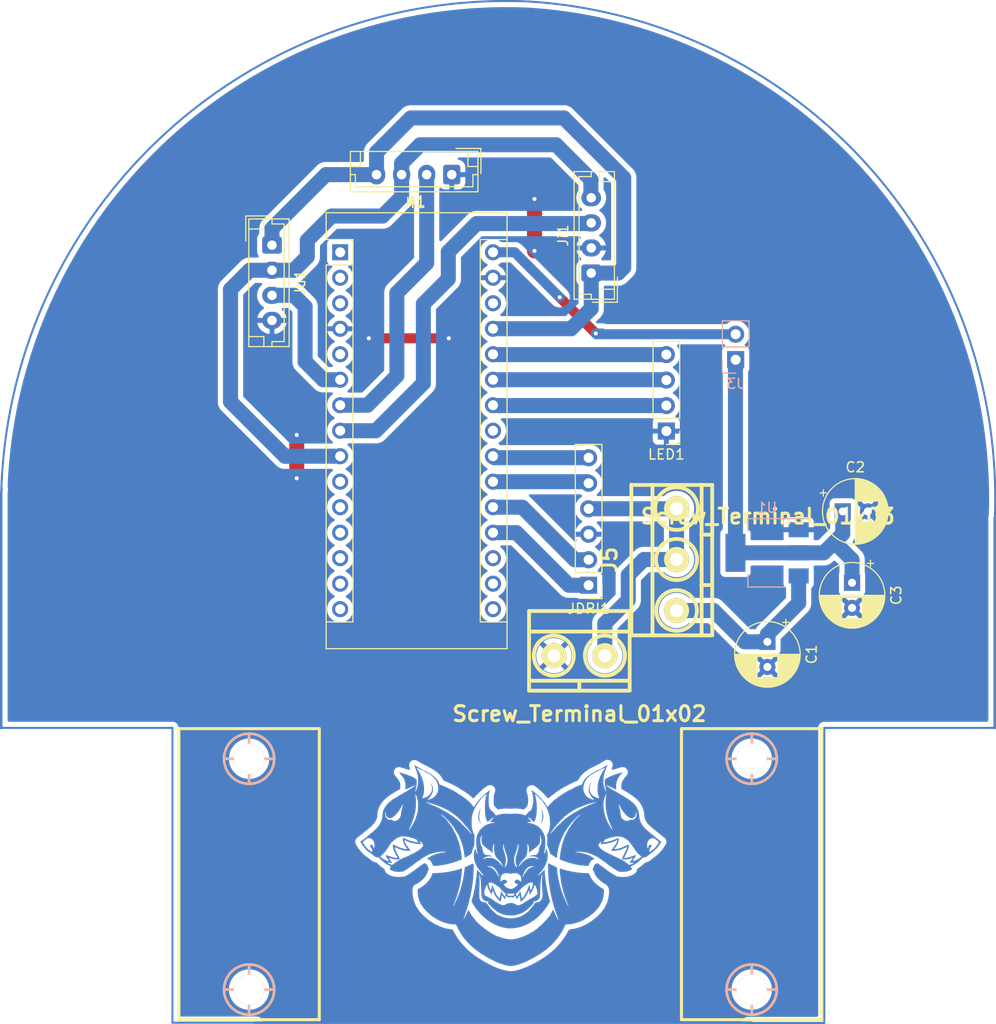
<source format=kicad_pcb>
(kicad_pcb (version 20221018) (generator pcbnew)
  (layers (0 "F.Cu" signal) (31 "B.Cu" signal) (34 "B.Paste" user) (35 "F.Paste" user) (36 "B.SilkS" user "B.Silkscreen") (37 "F.SilkS" user "F.Silkscreen") (38 "B.Mask" user) (39 "F.Mask" user) (44 "Edge.Cuts" user))
  (net 0 "")
  (net 1 "/A2")
  (net 2 "/A1")
  (net 3 "/VCC")
  (net 4 "/B2")
  (net 5 "/B1")
  (net 6 "/ECHOD")
  (net 7 "/ECHOF")
  (net 8 "/ECHOI")
  (net 9 "/TRIG")
  (net 15 "GND")
  (net 23 "+5C")
  (net 24 "/B")
  (net 25 "/G")
  (net 26 "/DERE")
  (net 27 "/IZQ")
  (net 28 "/INTO")
  (net 29 "/r")
  (net 31 "/Ven")
  (net 32 "Net-(J3-Pin_1)")
  (footprint "clipboard:0664c801-7d95-4fd8-b718-5c3b214e80d9" (layer "F.Cu") (at 194.510723 128.233648)
    (fp_text reference "")
    (fp_text value "")
  )
  (footprint "EESTN5:BORNERA3_AZUL" (layer "F.Cu") (at 218.465 92.42375 90)
    (fp_text reference "J5")
    (fp_text value "Screw_Terminal_01x03")
  )
  (footprint "Connector_JST:JST_EH_B4B-EH-A_1x04_P2.50mm_Vertical" (layer "F.Cu") (at 209.9564 63.881 90)
    (fp_text reference "Ji1")
    (fp_text value "Screw_Terminal_01x04")
  )
  (footprint "EESTN5:BORNERA2_AZUL" (layer "F.Cu") (at 208.775 102.00125)
    (fp_text reference "BORN1" hide)
    (fp_text value "Screw_Terminal_01x02")
  )
  (footprint "Connector_JST:JST_EH_B4B-EH-A_1x04_P2.50mm_Vertical" (layer "F.Cu") (at 196.05 54.075 180)
    (fp_text reference "Jf1")
    (fp_text value "Screw_Terminal_01x04")
  )
  (footprint "Connector_PinHeader_2.54mm:PinHeader_1x06_P2.54mm_Vertical" (layer "F.Cu") (at 209.7 94.985 180)
    (fp_text reference "JDRI1")
    (fp_text value "Screw_Terminal_01x06")
  )
  (footprint "Connector_JST:JST_EH_B4B-EH-A_1x04_P2.50mm_Vertical" (layer "F.Cu") (at 178.125 61.1 -90)
    (fp_text reference "Jd1")
    (fp_text value "Screw_Terminal_01x04")
  )
  (footprint "Connector_PinHeader_2.54mm:PinHeader_1x04_P2.54mm_Vertical" (layer "F.Cu") (at 217.45 79.625 180)
    (fp_text reference "LED1")
    (fp_text value "Screw_Terminal_01x04")
  )
  (footprint "Capacitor_THT:CP_Radial_D6.3mm_P2.50mm" (layer "F.Cu") (at 235.037621 87.63)
    (fp_text reference "C2")
    (fp_text value "C")
  )
  (footprint "E.E.S.T. N°5:Pololu_Micro_Con_Soporte_Simple" (layer "F.Cu") (at 225.9584 123.7742 90)
    (fp_text reference "H2" hide)
    (fp_text value "Mounting_Hole" hide)
  )
  (footprint "Capacitor_THT:CP_Radial_D6.3mm_P2.50mm" (layer "F.Cu") (at 227.525 100.625 -90)
    (fp_text reference "C1")
    (fp_text value "C")
  )
  (footprint "Module:Arduino_Nano" (layer "F.Cu") (at 184.925 61.81)
    (fp_text reference "A1")
    (fp_text value "Arduino_Nano_v2.x")
  )
  (footprint "E.E.S.T. N°5:Pololu_Micro_Con_Soporte_Simple" (layer "F.Cu") (at 175.8442 123.7742 90)
    (fp_text reference "H1" hide)
    (fp_text value "Mounting_Hole" hide)
  )
  (footprint "Capacitor_THT:CP_Radial_D6.3mm_P2.50mm" (layer "F.Cu") (at 235.966 94.742 -90)
    (fp_text reference "C3")
    (fp_text value "C")
  )
  (footprint "Package_TO_SOT_SMD:SOT-223-3_TabPin2" (layer "B.Cu") (at 227.49 91.756 180)
    (fp_text reference "U1")
    (fp_text value "AMS1117")
  )
  (footprint "Connector_PinHeader_2.54mm:PinHeader_1x02_P2.54mm_Vertical" (layer "B.Cu") (at 224.3582 72.517)
    (fp_text reference "J3")
    (fp_text value "Screw_Terminal_01x02")
  )
  (gr_line (start 250.2 109.2) (end 233.2 109.2) (stroke (width 0.2)) (layer "B.Cu"))
  (gr_arc (start 151.13 85.725) (mid 167.218628 50.213846) (end 203.835 36.83) (stroke (width 0.2)) (layer "B.Cu"))
  (gr_arc (start 203.835 36.83) (mid 237.531547 53.160655) (end 250.2 88.4) (stroke (width 0.2)) (layer "B.Cu"))
  (gr_line (start 233.2 138.6) (end 232.8 138.6) (stroke (width 0.2)) (layer "B.Cu"))
  (gr_line (start 233.2 109.2) (end 233.2 138.4) (stroke (width 0.2)) (layer "B.Cu"))
  (gr_line (start 151.2 85.4) (end 151.13 85.8) (stroke (width 0.2)) (layer "B.Cu"))
  (gr_line (start 233.2 138.4) (end 233.2 138.6) (stroke (width 0.2)) (layer "B.Cu"))
  (gr_line (start 151.2 109.2) (end 168.2 109.2) (stroke (width 0.2)) (layer "B.Cu"))
  (gr_line (start 232.8 138.6) (end 225.6 138.6) (stroke (width 0.2)) (layer "B.Cu"))
  (gr_line (start 168.2 138.57) (end 176.6 138.57) (stroke (width 0.2)) (layer "B.Cu"))
  (gr_line (start 168.2 109.2) (end 168.2 138.57) (stroke (width 0.2)) (layer "B.Cu"))
  (segment (start 151.13 109.22) (end 151.13 85.725) (width 0.25) (layer "B.Cu") (net 0))
  (segment (start 250.19 88.265) (end 250.19 109.22) (width 0.25) (layer "B.Cu") (net 0))
  (segment (start 209.7 82.285) (end 200.32 82.285) (width 1.5) (layer "B.Cu") (net 1))
  (segment (start 200.32 82.285) (end 200.165 82.13) (width 1.5) (layer "B.Cu") (net 1))
  (segment (start 209.545 84.67) (end 209.7 84.825) (width 1.5) (layer "B.Cu") (net 2))
  (segment (start 200.165 84.67) (end 209.545 84.67) (width 1.5) (layer "B.Cu") (net 2))
  (segment (start 218.465 87.34375) (end 218.465 92.42375) (width 1.5) (layer "B.Cu") (net 3))
  (segment (start 211.315 102.00125) (end 211.315 98.785) (width 1.5) (layer "B.Cu") (net 3))
  (segment (start 213.65 96.45) (end 213.65 93.975) (width 1.5) (layer "B.Cu") (net 3))
  (segment (start 213.65 93.975) (end 215.20125 92.42375) (width 1.5) (layer "B.Cu") (net 3))
  (segment (start 209.7 87.365) (end 218.44375 87.365) (width 1.5) (layer "B.Cu") (net 3))
  (segment (start 215.20125 92.42375) (end 218.465 92.42375) (width 1.5) (layer "B.Cu") (net 3))
  (segment (start 211.315 98.785) (end 213.65 96.45) (width 1.5) (layer "B.Cu") (net 3))
  (segment (start 209.7 92.445) (end 208.32 92.445) (width 1.5) (layer "B.Cu") (net 4))
  (segment (start 203.085 87.21) (end 200.165 87.21) (width 1.5) (layer "B.Cu") (net 4))
  (segment (start 208.32 92.445) (end 203.085 87.21) (width 1.5) (layer "B.Cu") (net 4))
  (segment (start 209.7 94.985) (end 207.735 94.985) (width 1.5) (layer "B.Cu") (net 5))
  (segment (start 202.5 89.75) (end 200.165 89.75) (width 1.5) (layer "B.Cu") (net 5))
  (segment (start 207.735 94.985) (end 202.5 89.75) (width 1.5) (layer "B.Cu") (net 5))
  (segment (start 178.125 66.1) (end 180.3 66.1) (width 1.5) (layer "B.Cu") (net 6))
  (segment (start 180.3 66.1) (end 181.425 67.225) (width 1.5) (layer "B.Cu") (net 6))
  (segment (start 181.425 72.7) (end 183.235 74.51) (width 1.5) (layer "B.Cu") (net 6))
  (segment (start 181.425 67.225) (end 181.425 72.7) (width 1.5) (layer "B.Cu") (net 6))
  (segment (start 183.235 74.51) (end 184.925 74.51) (width 1.5) (layer "B.Cu") (net 6))
  (segment (start 193.55 54.075) (end 193.55 62.8884) (width 1.5) (layer "B.Cu") (net 7))
  (segment (start 187.6434 77.05) (end 184.925 77.05) (width 1.5) (layer "B.Cu") (net 7))
  (segment (start 193.55 62.8884) (end 190.5762 65.8622) (width 1.5) (layer "B.Cu") (net 7))
  (segment (start 190.5762 74.1172) (end 187.6434 77.05) (width 1.5) (layer "B.Cu") (net 7))
  (segment (start 190.5762 65.8622) (end 190.5762 74.1172) (width 1.5) (layer "B.Cu") (net 7))
  (segment (start 209.9564 58.881) (end 209.8874 58.95) (width 1.5) (layer "B.Cu") (net 8))
  (segment (start 198.5298 58.95) (end 195.707 61.7728) (width 1.5) (layer "B.Cu") (net 8))
  (segment (start 209.8874 58.95) (end 198.5298 58.95) (width 1.5) (layer "B.Cu") (net 8))
  (segment (start 193.2178 74.8572) (end 188.485 79.59) (width 1.5) (layer "B.Cu") (net 8))
  (segment (start 195.707 61.7728) (end 195.707 64.4652) (width 1.5) (layer "B.Cu") (net 8))
  (segment (start 193.2178 66.9544) (end 193.2178 74.8572) (width 1.5) (layer "B.Cu") (net 8))
  (segment (start 188.485 79.59) (end 184.925 79.59) (width 1.5) (layer "B.Cu") (net 8))
  (segment (start 195.707 64.4652) (end 193.2178 66.9544) (width 1.5) (layer "B.Cu") (net 8))
  (segment (start 181.65 60.625) (end 184.075 58.2) (width 1.5) (layer "B.Cu") (net 9))
  (segment (start 209.925 56.3496) (end 209.925 54.575) (width 1.5) (layer "B.Cu") (net 9))
  (segment (start 192.9 51.1) (end 191.05 52.95) (width 1.5) (layer "B.Cu") (net 9))
  (segment (start 180.3 63.6) (end 181.65 62.25) (width 1.5) (layer "B.Cu") (net 9))
  (segment (start 191.05 52.95) (end 191.05 54.075) (width 1.5) (layer "B.Cu") (net 9))
  (segment (start 209.925 54.575) (end 206.45 51.1) (width 1.5) (layer "B.Cu") (net 9))
  (segment (start 178.125 63.6) (end 180.3 63.6) (width 1.5) (layer "B.Cu") (net 9))
  (segment (start 173.99 65.51) (end 175.9 63.6) (width 1.5) (layer "B.Cu") (net 9))
  (segment (start 206.45 51.1) (end 192.9 51.1) (width 1.5) (layer "B.Cu") (net 9))
  (segment (start 189.15 58.2) (end 191.05 56.3) (width 1.5) (layer "B.Cu") (net 9))
  (segment (start 173.99 76.708) (end 173.99 65.51) (width 1.5) (layer "B.Cu") (net 9))
  (segment (start 179.412 82.13) (end 173.99 76.708) (width 1.5) (layer "B.Cu") (net 9))
  (segment (start 175.9 63.6) (end 178.125 63.6) (width 1.5) (layer "B.Cu") (net 9))
  (segment (start 184.925 82.13) (end 179.412 82.13) (width 1.5) (layer "B.Cu") (net 9))
  (segment (start 184.075 58.2) (end 189.15 58.2) (width 1.5) (layer "B.Cu") (net 9))
  (segment (start 181.65 62.25) (end 181.65 60.625) (width 1.5) (layer "B.Cu") (net 9))
  (segment (start 191.05 56.3) (end 191.05 54.075) (width 1.5) (layer "B.Cu") (net 9))
  (segment (start 209.9564 56.381) (end 209.925 56.3496) (width 1.5) (layer "B.Cu") (net 9))
  (segment (start 204.3 56.5) (end 204.3 61.675) (width 1.5) (layer "F.Cu") (net 15))
  (segment (start 195.7578 70.3834) (end 187.7822 70.3834) (width 1) (layer "F.Cu") (net 15))
  (segment (start 180.594 80.01) (end 180.594 84.328) (width 1.5) (layer "F.Cu") (net 15))
  (via (at 180.594 84.328) (size 0.8) (drill 0.4) (layers "F.Cu" "B.Cu") (net 15))
  (via (at 204.3 61.675) (size 0.8) (drill 0.4) (layers "F.Cu" "B.Cu") (net 15))
  (via (at 180.594 80.01) (size 0.8) (drill 0.4) (layers "F.Cu" "B.Cu") (net 15))
  (via (at 187.7822 70.3834) (size 0.8) (drill 0.4) (layers "F.Cu" "B.Cu") (net 15))
  (via (at 195.7578 70.3834) (size 0.8) (drill 0.4) (layers "F.Cu" "B.Cu") (net 15))
  (via (at 204.3 56.5) (size 0.8) (drill 0.4) (layers "F.Cu" "B.Cu") (net 15))
  (segment (start 225.93 138.57) (end 176.4 138.57) (width 0.25) (layer "B.Cu") (net 15))
  (segment (start 209.9564 67.4186) (end 209.9564 63.881) (width 1.5) (layer "B.Cu") (net 23))
  (segment (start 183.5 54.075) (end 188.55 54.075) (width 1.5) (layer "B.Cu") (net 23))
  (segment (start 191.975 48.425) (end 188.55 51.85) (width 1.5) (layer "B.Cu") (net 23))
  (segment (start 178.125 61.1) (end 178.125 59.45) (width 1.5) (layer "B.Cu") (net 23))
  (segment (start 200.165 69.43) (end 207.945 69.43) (width 1.5) (layer "B.Cu") (net 23))
  (segment (start 207.225 48.425) (end 191.975 48.425) (width 1.5) (layer "B.Cu") (net 23))
  (segment (start 213.2 54.4) (end 207.225 48.425) (width 1.5) (layer "B.Cu") (net 23))
  (segment (start 212.644 63.881) (end 213.2 63.325) (width 1.5) (layer "B.Cu") (net 23))
  (segment (start 207.945 69.43) (end 209.9564 67.4186) (width 1.5) (layer "B.Cu") (net 23))
  (segment (start 188.55 51.85) (end 188.55 54.075) (width 1.5) (layer "B.Cu") (net 23))
  (segment (start 209.9564 63.881) (end 212.644 63.881) (width 1.5) (layer "B.Cu") (net 23))
  (segment (start 178.125 59.45) (end 183.5 54.075) (width 1.5) (layer "B.Cu") (net 23))
  (segment (start 213.2 63.325) (end 213.2 54.4) (width 1.5) (layer "B.Cu") (net 23))
  (segment (start 200.2 77.085) (end 200.165 77.05) (width 1.5) (layer "B.Cu") (net 24))
  (segment (start 217.45 77.085) (end 200.2 77.085) (width 1.5) (layer "B.Cu") (net 24))
  (segment (start 200.165 74.51) (end 217.415 74.51) (width 1.5) (layer "B.Cu") (net 25))
  (segment (start 206.8068 66.294) (end 210.4136 69.9008) (width 1) (layer "F.Cu") (net 28))
  (via (at 206.8068 66.294) (size 0.8) (drill 0.4) (layers "F.Cu" "B.Cu") (net 28))
  (via (at 210.4136 69.9008) (size 0.8) (drill 0.4) (layers "F.Cu" "B.Cu") (net 28))
  (segment (start 210.4136 69.9008) (end 210.4898 69.977) (width 1) (layer "B.Cu") (net 28))
  (segment (start 210.4898 69.977) (end 224.3582 69.977) (width 1) (layer "B.Cu") (net 28))
  (segment (start 203.8604 63.3476) (end 206.8068 66.294) (width 1) (layer "B.Cu") (net 28))
  (segment (start 210.4136 69.9008) (end 211.0232 69.9008) (width 1) (layer "B.Cu") (net 28))
  (segment (start 200.165 61.81) (end 202.3228 61.81) (width 1) (layer "B.Cu") (net 28))
  (segment (start 202.3228 61.81) (end 203.8604 63.3476) (width 1) (layer "B.Cu") (net 28))
  (segment (start 217.45 72.005) (end 200.2 72.005) (width 1.5) (layer "B.Cu") (net 29))
  (segment (start 200.2 72.005) (end 200.165 71.97) (width 1.5) (layer "B.Cu") (net 29))
  (segment (start 227.525 99.881) (end 227.525 100.625) (width 1.5) (layer "B.Cu") (net 31))
  (segment (start 230.64 96.766) (end 227.525 99.881) (width 1.5) (layer "B.Cu") (net 31))
  (segment (start 225.275 100.625) (end 227.525 100.625) (width 1.5) (layer "B.Cu") (net 31))
  (segment (start 218.465 97.50375) (end 222.15375 97.50375) (width 1.5) (layer "B.Cu") (net 31))
  (segment (start 222.15375 97.50375) (end 225.275 100.625) (width 1.5) (layer "B.Cu") (net 31))
  (segment (start 230.64 94.056) (end 230.64 96.766) (width 1.5) (layer "B.Cu") (net 31))
  (segment (start 230.64 91.756) (end 233.14 91.756) (width 1.5) (layer "B.Cu") (net 32))
  (segment (start 224.34 91.756) (end 224.34 72.5352) (width 1.5) (layer "B.Cu") (net 32))
  (segment (start 235.966 94.742) (end 235.966 92.456) (width 1.5) (layer "B.Cu") (net 32))
  (segment (start 224.34 72.5352) (end 224.3582 72.517) (width 1.5) (layer "B.Cu") (net 32))
  (segment (start 235.037621 89.858379) (end 235.037621 87.63) (width 1.5) (layer "B.Cu") (net 32))
  (segment (start 235.966 92.456) (end 234.203 90.693) (width 1.5) (layer "B.Cu") (net 32))
  (segment (start 224.34 91.756) (end 230.64 91.756) (width 1.5) (layer "B.Cu") (net 32))
  (segment (start 233.14 91.756) (end 234.203 90.693) (width 1.5) (layer "B.Cu") (net 32))
  (segment (start 234.203 90.693) (end 235.037621 89.858379) (width 1.5) (layer "B.Cu") (net 32))
  (zone (net 15) (net_name "GND") (layer "B.Cu") (connect_pads (clearance 0.508)) (min_thickness 0.25) (fill yes (thermal_gap 0.5) (thermal_bridge_width 0.5))
    (polygon (pts (xy 168.2 109.2) (xy 151.2 109.2) (xy 151.165 85.6) (xy 151.5 80.875) (xy 152.275 76.35) (xy 154.825 67.95) (xy 157.925 61.85) (xy 161.55 56.35) (xy 162.6 55.1) (xy 164.05 53.4) (xy 164.55 52.9) (xy 167.218628 50.213846) (xy 173.275 45.375) (xy 179.125 41.95) (xy 185.125 39.425) (xy 192 37.65) (xy 196.275 37.025) (xy 202.3 36.75) (xy 207.625 37.225) (xy 214.7 38.65) (xy 219.375 40.325) (xy 223.975 42.525) (xy 228.8 45.45) (xy 232.325 48.15) (xy 234.425 49.975) (xy 237.35 52.925) (xy 241.9 58.675) (xy 243.05 60.575) (xy 244.625 63.3) (xy 247.125 68.925) (xy 248.775 74.075) (xy 249.875 79.975) (xy 250.2 109.2) (xy 233.2 109.2) (xy 232.8 138.6) (xy 168.2 138.57)))
  )
)
</source>
